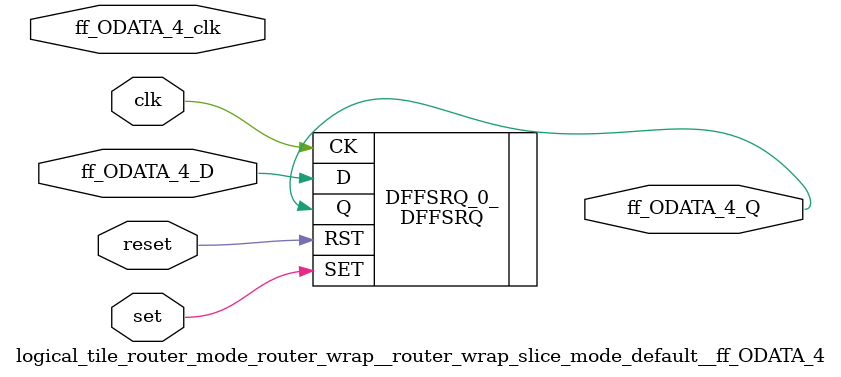
<source format=v>
`default_nettype none

module logical_tile_router_mode_router_wrap__router_wrap_slice_mode_default__ff_ODATA_4(set,
                                                                                        reset,
                                                                                        clk,
                                                                                        ff_ODATA_4_D,
                                                                                        ff_ODATA_4_Q,
                                                                                        ff_ODATA_4_clk);
//----- GLOBAL PORTS -----
input [0:0] set;
//----- GLOBAL PORTS -----
input [0:0] reset;
//----- GLOBAL PORTS -----
input [0:0] clk;
//----- INPUT PORTS -----
input [0:0] ff_ODATA_4_D;
//----- OUTPUT PORTS -----
output [0:0] ff_ODATA_4_Q;
//----- CLOCK PORTS -----
input [0:0] ff_ODATA_4_clk;

//----- BEGIN wire-connection ports -----
wire [0:0] ff_ODATA_4_D;
wire [0:0] ff_ODATA_4_Q;
wire [0:0] ff_ODATA_4_clk;
//----- END wire-connection ports -----


//----- BEGIN Registered ports -----
//----- END Registered ports -----



// ----- BEGIN Local short connections -----
// ----- END Local short connections -----
// ----- BEGIN Local output short connections -----
// ----- END Local output short connections -----

	DFFSRQ DFFSRQ_0_ (
		.SET(set),
		.RST(reset),
		.CK(clk),
		.D(ff_ODATA_4_D),
		.Q(ff_ODATA_4_Q));

endmodule
// ----- END Verilog module for logical_tile_router_mode_router_wrap__router_wrap_slice_mode_default__ff_ODATA_4 -----

//----- Default net type -----
`default_nettype wire




</source>
